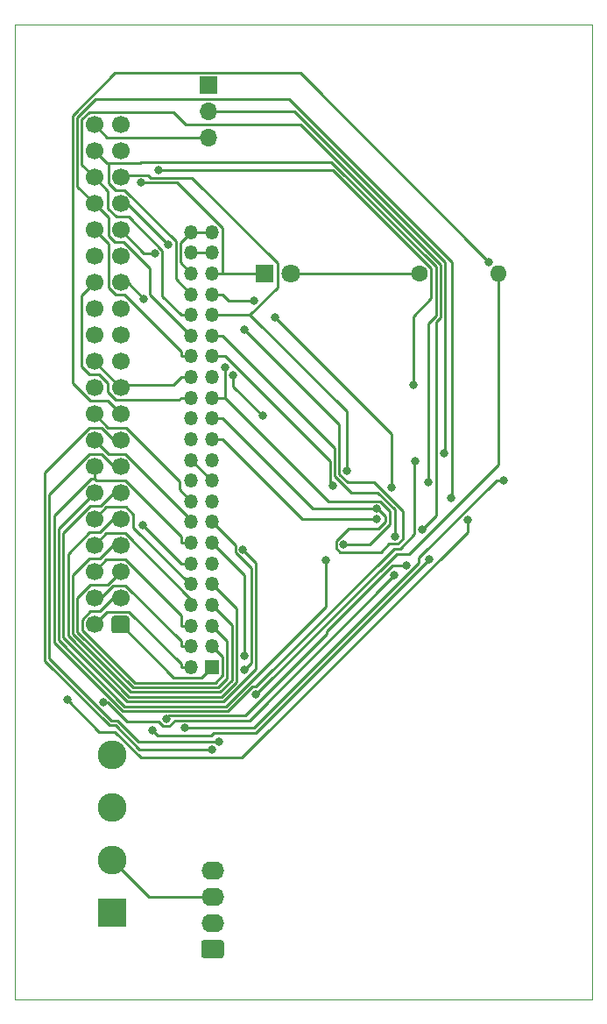
<source format=gbr>
G04 #@! TF.GenerationSoftware,KiCad,Pcbnew,5.1.8+dfsg1-1~bpo10+1*
G04 #@! TF.CreationDate,2020-11-27T20:05:00+01:00*
G04 #@! TF.ProjectId,SeagateST1adapter,53656167-6174-4655-9354-316164617074,1*
G04 #@! TF.SameCoordinates,Original*
G04 #@! TF.FileFunction,Copper,L2,Bot*
G04 #@! TF.FilePolarity,Positive*
%FSLAX46Y46*%
G04 Gerber Fmt 4.6, Leading zero omitted, Abs format (unit mm)*
G04 Created by KiCad (PCBNEW 5.1.8+dfsg1-1~bpo10+1) date 2020-11-27 20:05:00*
%MOMM*%
%LPD*%
G01*
G04 APERTURE LIST*
G04 #@! TA.AperFunction,Profile*
%ADD10C,0.050000*%
G04 #@! TD*
G04 #@! TA.AperFunction,ComponentPad*
%ADD11O,1.600000X1.600000*%
G04 #@! TD*
G04 #@! TA.AperFunction,ComponentPad*
%ADD12C,1.600000*%
G04 #@! TD*
G04 #@! TA.AperFunction,ComponentPad*
%ADD13C,1.800000*%
G04 #@! TD*
G04 #@! TA.AperFunction,ComponentPad*
%ADD14R,1.800000X1.800000*%
G04 #@! TD*
G04 #@! TA.AperFunction,ComponentPad*
%ADD15O,1.700000X1.700000*%
G04 #@! TD*
G04 #@! TA.AperFunction,ComponentPad*
%ADD16R,1.700000X1.700000*%
G04 #@! TD*
G04 #@! TA.AperFunction,ComponentPad*
%ADD17O,1.350000X1.350000*%
G04 #@! TD*
G04 #@! TA.AperFunction,ComponentPad*
%ADD18R,1.350000X1.350000*%
G04 #@! TD*
G04 #@! TA.AperFunction,ComponentPad*
%ADD19C,1.700000*%
G04 #@! TD*
G04 #@! TA.AperFunction,ComponentPad*
%ADD20C,2.780000*%
G04 #@! TD*
G04 #@! TA.AperFunction,ComponentPad*
%ADD21R,2.780000X2.780000*%
G04 #@! TD*
G04 #@! TA.AperFunction,ComponentPad*
%ADD22O,2.190000X1.740000*%
G04 #@! TD*
G04 #@! TA.AperFunction,ViaPad*
%ADD23C,0.800000*%
G04 #@! TD*
G04 #@! TA.AperFunction,Conductor*
%ADD24C,0.250000*%
G04 #@! TD*
G04 APERTURE END LIST*
D10*
X81330800Y-165100000D02*
X81330800Y-70967600D01*
X137160000Y-165100000D02*
X81330800Y-165100000D01*
X137160000Y-70967600D02*
X137160000Y-165100000D01*
X81330800Y-70967600D02*
X137160000Y-70967600D01*
D11*
G04 #@! TO.P,R1,2*
G04 #@! TO.N,/VCC3*
X128070000Y-95000000D03*
D12*
G04 #@! TO.P,R1,1*
G04 #@! TO.N,Net-(D1-Pad2)*
X120450000Y-95000000D03*
G04 #@! TD*
D13*
G04 #@! TO.P,D1,2*
G04 #@! TO.N,Net-(D1-Pad2)*
X107990000Y-95000000D03*
D14*
G04 #@! TO.P,D1,1*
G04 #@! TO.N,/\u002AACTIVE*
X105450000Y-95000000D03*
G04 #@! TD*
D15*
G04 #@! TO.P,JP1,3*
G04 #@! TO.N,GND*
X100050000Y-81880000D03*
G04 #@! TO.P,JP1,2*
G04 #@! TO.N,/CSEL*
X100050000Y-79340000D03*
D16*
G04 #@! TO.P,JP1,1*
G04 #@! TO.N,Net-(JP1-Pad1)*
X100050000Y-76800000D03*
G04 #@! TD*
D17*
G04 #@! TO.P,J7,44*
G04 #@! TO.N,GND*
X98400000Y-91000000D03*
G04 #@! TO.P,J7,43*
X100400000Y-91000000D03*
G04 #@! TO.P,J7,42*
G04 #@! TO.N,VCC*
X98400000Y-93000000D03*
G04 #@! TO.P,J7,41*
X100400000Y-93000000D03*
G04 #@! TO.P,J7,40*
G04 #@! TO.N,GND*
X98400000Y-95000000D03*
G04 #@! TO.P,J7,39*
G04 #@! TO.N,/\u002AACTIVE*
X100400000Y-95000000D03*
G04 #@! TO.P,J7,38*
G04 #@! TO.N,/\u002AIDE_CS1*
X98400000Y-97000000D03*
G04 #@! TO.P,J7,37*
G04 #@! TO.N,/\u002AIDE_CS0*
X100400000Y-97000000D03*
G04 #@! TO.P,J7,36*
G04 #@! TO.N,/DA2*
X98400000Y-99000000D03*
G04 #@! TO.P,J7,35*
G04 #@! TO.N,/DA0*
X100400000Y-99000000D03*
G04 #@! TO.P,J7,34*
G04 #@! TO.N,/PDIAG*
X98400000Y-101000000D03*
G04 #@! TO.P,J7,33*
G04 #@! TO.N,/DA1*
X100400000Y-101000000D03*
G04 #@! TO.P,J7,32*
G04 #@! TO.N,/\u002AIOCS16*
X98400000Y-103000000D03*
G04 #@! TO.P,J7,31*
G04 #@! TO.N,/INTRQ*
X100400000Y-103000000D03*
G04 #@! TO.P,J7,30*
G04 #@! TO.N,GND*
X98400000Y-105000000D03*
G04 #@! TO.P,J7,29*
G04 #@! TO.N,/\u002ADMACK*
X100400000Y-105000000D03*
G04 #@! TO.P,J7,28*
G04 #@! TO.N,/CSEL*
X98400000Y-107000000D03*
G04 #@! TO.P,J7,27*
G04 #@! TO.N,/IORDY*
X100400000Y-107000000D03*
G04 #@! TO.P,J7,26*
G04 #@! TO.N,GND*
X98400000Y-109000000D03*
G04 #@! TO.P,J7,25*
G04 #@! TO.N,/\u002ADIOR*
X100400000Y-109000000D03*
G04 #@! TO.P,J7,24*
G04 #@! TO.N,GND*
X98400000Y-111000000D03*
G04 #@! TO.P,J7,23*
G04 #@! TO.N,/\u002ADIOW*
X100400000Y-111000000D03*
G04 #@! TO.P,J7,22*
G04 #@! TO.N,GND*
X98400000Y-113000000D03*
G04 #@! TO.P,J7,21*
G04 #@! TO.N,/DMARQ*
X100400000Y-113000000D03*
G04 #@! TO.P,J7,20*
G04 #@! TO.N,Net-(J7-Pad20)*
X98400000Y-115000000D03*
G04 #@! TO.P,J7,19*
G04 #@! TO.N,GND*
X100400000Y-115000000D03*
G04 #@! TO.P,J7,18*
G04 #@! TO.N,/DD15*
X98400000Y-117000000D03*
G04 #@! TO.P,J7,17*
G04 #@! TO.N,/DD0*
X100400000Y-117000000D03*
G04 #@! TO.P,J7,16*
G04 #@! TO.N,/DD14*
X98400000Y-119000000D03*
G04 #@! TO.P,J7,15*
G04 #@! TO.N,/DD1*
X100400000Y-119000000D03*
G04 #@! TO.P,J7,14*
G04 #@! TO.N,/DD13*
X98400000Y-121000000D03*
G04 #@! TO.P,J7,13*
G04 #@! TO.N,/DD2*
X100400000Y-121000000D03*
G04 #@! TO.P,J7,12*
G04 #@! TO.N,/DD12*
X98400000Y-123000000D03*
G04 #@! TO.P,J7,11*
G04 #@! TO.N,/DD3*
X100400000Y-123000000D03*
G04 #@! TO.P,J7,10*
G04 #@! TO.N,/DD11*
X98400000Y-125000000D03*
G04 #@! TO.P,J7,9*
G04 #@! TO.N,/DD4*
X100400000Y-125000000D03*
G04 #@! TO.P,J7,8*
G04 #@! TO.N,/DD10*
X98400000Y-127000000D03*
G04 #@! TO.P,J7,7*
G04 #@! TO.N,/DD5*
X100400000Y-127000000D03*
G04 #@! TO.P,J7,6*
G04 #@! TO.N,/DD9*
X98400000Y-129000000D03*
G04 #@! TO.P,J7,5*
G04 #@! TO.N,/DD6*
X100400000Y-129000000D03*
G04 #@! TO.P,J7,4*
G04 #@! TO.N,/DD8*
X98400000Y-131000000D03*
G04 #@! TO.P,J7,3*
G04 #@! TO.N,/DD7*
X100400000Y-131000000D03*
G04 #@! TO.P,J7,2*
G04 #@! TO.N,GND*
X98400000Y-133000000D03*
D18*
G04 #@! TO.P,J7,1*
G04 #@! TO.N,/\u002ARESET*
X100400000Y-133000000D03*
G04 #@! TD*
D19*
G04 #@! TO.P,J3,40*
G04 #@! TO.N,GND*
X89010000Y-80640000D03*
G04 #@! TO.P,J3,38*
G04 #@! TO.N,/\u002AIDE_CS1*
X89010000Y-83180000D03*
G04 #@! TO.P,J3,36*
G04 #@! TO.N,/DA2*
X89010000Y-85720000D03*
G04 #@! TO.P,J3,34*
G04 #@! TO.N,/PDIAG*
X89010000Y-88260000D03*
G04 #@! TO.P,J3,32*
G04 #@! TO.N,/\u002AIOCS16*
X89010000Y-90800000D03*
G04 #@! TO.P,J3,30*
G04 #@! TO.N,GND*
X89010000Y-93340000D03*
G04 #@! TO.P,J3,28*
G04 #@! TO.N,/CSEL*
X89010000Y-95880000D03*
G04 #@! TO.P,J3,26*
G04 #@! TO.N,GND*
X89010000Y-98420000D03*
G04 #@! TO.P,J3,24*
X89010000Y-100960000D03*
G04 #@! TO.P,J3,22*
X89010000Y-103500000D03*
G04 #@! TO.P,J3,20*
G04 #@! TO.N,Net-(J3-Pad20)*
X89010000Y-106040000D03*
G04 #@! TO.P,J3,18*
G04 #@! TO.N,/DD15*
X89010000Y-108580000D03*
G04 #@! TO.P,J3,16*
G04 #@! TO.N,/DD14*
X89010000Y-111120000D03*
G04 #@! TO.P,J3,14*
G04 #@! TO.N,/DD13*
X89010000Y-113660000D03*
G04 #@! TO.P,J3,12*
G04 #@! TO.N,/DD12*
X89010000Y-116200000D03*
G04 #@! TO.P,J3,10*
G04 #@! TO.N,/DD11*
X89010000Y-118740000D03*
G04 #@! TO.P,J3,8*
G04 #@! TO.N,/DD10*
X89010000Y-121280000D03*
G04 #@! TO.P,J3,6*
G04 #@! TO.N,/DD9*
X89010000Y-123820000D03*
G04 #@! TO.P,J3,4*
G04 #@! TO.N,/DD8*
X89010000Y-126360000D03*
G04 #@! TO.P,J3,2*
G04 #@! TO.N,GND*
X89010000Y-128900000D03*
G04 #@! TO.P,J3,39*
G04 #@! TO.N,/\u002AACTIVE*
X91550000Y-80640000D03*
G04 #@! TO.P,J3,37*
G04 #@! TO.N,/\u002AIDE_CS0*
X91550000Y-83180000D03*
G04 #@! TO.P,J3,35*
G04 #@! TO.N,/DA0*
X91550000Y-85720000D03*
G04 #@! TO.P,J3,33*
G04 #@! TO.N,/DA1*
X91550000Y-88260000D03*
G04 #@! TO.P,J3,31*
G04 #@! TO.N,/INTRQ*
X91550000Y-90800000D03*
G04 #@! TO.P,J3,29*
G04 #@! TO.N,/\u002ADMACK*
X91550000Y-93340000D03*
G04 #@! TO.P,J3,27*
G04 #@! TO.N,/IORDY*
X91550000Y-95880000D03*
G04 #@! TO.P,J3,25*
G04 #@! TO.N,/\u002ADIOR*
X91550000Y-98420000D03*
G04 #@! TO.P,J3,23*
G04 #@! TO.N,/\u002ADIOW*
X91550000Y-100960000D03*
G04 #@! TO.P,J3,21*
G04 #@! TO.N,/DMARQ*
X91550000Y-103500000D03*
G04 #@! TO.P,J3,19*
G04 #@! TO.N,GND*
X91550000Y-106040000D03*
G04 #@! TO.P,J3,17*
G04 #@! TO.N,/DD0*
X91550000Y-108580000D03*
G04 #@! TO.P,J3,15*
G04 #@! TO.N,/DD1*
X91550000Y-111120000D03*
G04 #@! TO.P,J3,13*
G04 #@! TO.N,/DD2*
X91550000Y-113660000D03*
G04 #@! TO.P,J3,11*
G04 #@! TO.N,/DD3*
X91550000Y-116200000D03*
G04 #@! TO.P,J3,9*
G04 #@! TO.N,/DD4*
X91550000Y-118740000D03*
G04 #@! TO.P,J3,7*
G04 #@! TO.N,/DD5*
X91550000Y-121280000D03*
G04 #@! TO.P,J3,5*
G04 #@! TO.N,/DD6*
X91550000Y-123820000D03*
G04 #@! TO.P,J3,3*
G04 #@! TO.N,/DD7*
X91550000Y-126360000D03*
G04 #@! TO.P,J3,1*
G04 #@! TO.N,/\u002ARESET*
G04 #@! TA.AperFunction,ComponentPad*
G36*
G01*
X92400000Y-128300000D02*
X92400000Y-129500000D01*
G75*
G02*
X92150000Y-129750000I-250000J0D01*
G01*
X90950000Y-129750000D01*
G75*
G02*
X90700000Y-129500000I0J250000D01*
G01*
X90700000Y-128300000D01*
G75*
G02*
X90950000Y-128050000I250000J0D01*
G01*
X92150000Y-128050000D01*
G75*
G02*
X92400000Y-128300000I0J-250000D01*
G01*
G37*
G04 #@! TD.AperFunction*
G04 #@! TD*
D20*
G04 #@! TO.P,J5,4*
G04 #@! TO.N,VCC*
X90750000Y-141460000D03*
G04 #@! TO.P,J5,3*
G04 #@! TO.N,GND*
X90750000Y-146540000D03*
G04 #@! TO.P,J5,2*
X90750000Y-151620000D03*
D21*
G04 #@! TO.P,J5,1*
G04 #@! TO.N,Net-(J5-Pad1)*
X90750000Y-156700000D03*
G04 #@! TD*
D22*
G04 #@! TO.P,J4,4*
G04 #@! TO.N,Net-(J4-Pad4)*
X100450000Y-152630000D03*
G04 #@! TO.P,J4,3*
G04 #@! TO.N,GND*
X100450000Y-155170000D03*
G04 #@! TO.P,J4,2*
X100450000Y-157710000D03*
G04 #@! TO.P,J4,1*
G04 #@! TO.N,VCC*
G04 #@! TA.AperFunction,ComponentPad*
G36*
G01*
X101295001Y-161120000D02*
X99604999Y-161120000D01*
G75*
G02*
X99355000Y-160870001I0J249999D01*
G01*
X99355000Y-159629999D01*
G75*
G02*
X99604999Y-159380000I249999J0D01*
G01*
X101295001Y-159380000D01*
G75*
G02*
X101545000Y-159629999I0J-249999D01*
G01*
X101545000Y-160870001D01*
G75*
G02*
X101295001Y-161120000I-249999J0D01*
G01*
G37*
G04 #@! TD.AperFunction*
G04 #@! TD*
D23*
G04 #@! TO.N,/VCC3*
X104612500Y-135671000D03*
G04 #@! TO.N,/\u002AIDE_CS0*
X104436200Y-97617800D03*
G04 #@! TO.N,/\u002AIOCS16*
X95238700Y-84989000D03*
X119868300Y-105768000D03*
G04 #@! TO.N,/DMARQ*
X102414000Y-104828000D03*
X105266400Y-108752100D03*
G04 #@! TO.N,/DD0*
X127184900Y-93874600D03*
G04 #@! TO.N,/DD1*
X100410000Y-140978200D03*
X103491400Y-133307500D03*
G04 #@! TO.N,/DD2*
X101047100Y-140199200D03*
X103491400Y-131950300D03*
G04 #@! TO.N,/DD3*
X103400000Y-121641200D03*
G04 #@! TO.N,/DD12*
X111379000Y-122663700D03*
X93670300Y-119336500D03*
G04 #@! TO.N,/CSEL*
X122863700Y-112400000D03*
G04 #@! TO.N,/DD13*
X120026200Y-113125300D03*
G04 #@! TO.N,/DD9*
X97751400Y-138881000D03*
X128573100Y-114988400D03*
G04 #@! TO.N,/\u002AIDE_CS1*
X121277800Y-115150000D03*
G04 #@! TO.N,/\u002ADIOR*
X103533300Y-100407400D03*
X116332700Y-117719700D03*
G04 #@! TO.N,/\u002ADIOW*
X86416300Y-136142700D03*
X125095900Y-118809200D03*
X116347700Y-118720100D03*
G04 #@! TO.N,/DA0*
X113416700Y-114056200D03*
G04 #@! TO.N,/DA2*
X120714300Y-119743300D03*
G04 #@! TO.N,/DA1*
X118080100Y-120395900D03*
X96160200Y-92209500D03*
G04 #@! TO.N,/INTRQ*
X112104400Y-115491900D03*
X94883700Y-93078500D03*
G04 #@! TO.N,/DD15*
X94658100Y-139091400D03*
X121362000Y-122631100D03*
G04 #@! TO.N,/DD14*
X95963400Y-137980400D03*
X119164500Y-123159400D03*
G04 #@! TO.N,/DD8*
X89897000Y-136408300D03*
X118033900Y-124123100D03*
G04 #@! TO.N,/PDIAG*
X123533300Y-116639800D03*
G04 #@! TO.N,/\u002AACTIVE*
X106496200Y-99261500D03*
X117723100Y-115637800D03*
X93531600Y-86216500D03*
G04 #@! TO.N,/IORDY*
X93835500Y-97464700D03*
X101688400Y-104088200D03*
X113119900Y-121181800D03*
G04 #@! TD*
D24*
G04 #@! TO.N,/VCC3*
X128070000Y-96125300D02*
X128070000Y-113426900D01*
X128070000Y-113426900D02*
X119433500Y-122063400D01*
X119433500Y-122063400D02*
X118220100Y-122063400D01*
X118220100Y-122063400D02*
X104612500Y-135671000D01*
X128070000Y-95000000D02*
X128070000Y-96125300D01*
G04 #@! TO.N,/\u002AIDE_CS0*
X100400000Y-97000000D02*
X101400300Y-97000000D01*
X104436200Y-97617800D02*
X102018100Y-97617800D01*
X102018100Y-97617800D02*
X101400300Y-97000000D01*
G04 #@! TO.N,/\u002AIOCS16*
X95238700Y-84989000D02*
X112040200Y-84989000D01*
X112040200Y-84989000D02*
X121584600Y-94533400D01*
X121584600Y-94533400D02*
X121584600Y-97396600D01*
X121584600Y-97396600D02*
X119868300Y-99112900D01*
X119868300Y-99112900D02*
X119868300Y-105768000D01*
X98400000Y-103000000D02*
X97399700Y-103000000D01*
X89010000Y-90800000D02*
X90374600Y-92164600D01*
X90374600Y-92164600D02*
X90374600Y-96369400D01*
X90374600Y-96369400D02*
X91060600Y-97055400D01*
X91060600Y-97055400D02*
X91897800Y-97055400D01*
X91897800Y-97055400D02*
X97399700Y-102557300D01*
X97399700Y-102557300D02*
X97399700Y-103000000D01*
G04 #@! TO.N,/DMARQ*
X105266400Y-108752100D02*
X102414000Y-105899700D01*
X102414000Y-105899700D02*
X102414000Y-104828000D01*
G04 #@! TO.N,/DD0*
X91550000Y-108580000D02*
X90280000Y-107310000D01*
X90280000Y-107310000D02*
X88615000Y-107310000D01*
X88615000Y-107310000D02*
X86916000Y-105611000D01*
X86916000Y-105611000D02*
X86916000Y-79731100D01*
X86916000Y-79731100D02*
X91022500Y-75624600D01*
X91022500Y-75624600D02*
X108934900Y-75624600D01*
X108934900Y-75624600D02*
X127184900Y-93874600D01*
G04 #@! TO.N,/DD1*
X91550000Y-111120000D02*
X90903300Y-111120000D01*
X90903300Y-111120000D02*
X89700400Y-109917100D01*
X89700400Y-109917100D02*
X88518000Y-109917100D01*
X88518000Y-109917100D02*
X84221900Y-114213200D01*
X84221900Y-114213200D02*
X84221900Y-132395800D01*
X84221900Y-132395800D02*
X90460400Y-138634300D01*
X90460400Y-138634300D02*
X91044900Y-138634300D01*
X91044900Y-138634300D02*
X93388800Y-140978200D01*
X93388800Y-140978200D02*
X100410000Y-140978200D01*
X100400000Y-119000000D02*
X102674700Y-121274700D01*
X102674700Y-121274700D02*
X102674700Y-121941600D01*
X102674700Y-121941600D02*
X104216700Y-123483600D01*
X104216700Y-123483600D02*
X104216700Y-132582200D01*
X104216700Y-132582200D02*
X103491400Y-133307500D01*
G04 #@! TO.N,/DD2*
X91550000Y-113660000D02*
X90903300Y-113660000D01*
X90903300Y-113660000D02*
X89700400Y-112457100D01*
X89700400Y-112457100D02*
X88518000Y-112457100D01*
X88518000Y-112457100D02*
X84672200Y-116302900D01*
X84672200Y-116302900D02*
X84672200Y-132209200D01*
X84672200Y-132209200D02*
X90647000Y-138184000D01*
X90647000Y-138184000D02*
X91231500Y-138184000D01*
X91231500Y-138184000D02*
X93246700Y-140199200D01*
X93246700Y-140199200D02*
X101047100Y-140199200D01*
X100400000Y-121000000D02*
X103491400Y-124091400D01*
X103491400Y-124091400D02*
X103491400Y-131950300D01*
G04 #@! TO.N,/DD3*
X103400000Y-121641200D02*
X104667000Y-122908200D01*
X104667000Y-122908200D02*
X104667000Y-133198200D01*
X104667000Y-133198200D02*
X101540200Y-136325000D01*
X101540200Y-136325000D02*
X92182700Y-136325000D01*
X92182700Y-136325000D02*
X86028400Y-130170700D01*
X86028400Y-130170700D02*
X86028400Y-120055900D01*
X86028400Y-120055900D02*
X88614300Y-117470000D01*
X88614300Y-117470000D02*
X89643100Y-117470000D01*
X89643100Y-117470000D02*
X90913100Y-116200000D01*
X90913100Y-116200000D02*
X91550000Y-116200000D01*
G04 #@! TO.N,/DD4*
X91550000Y-118740000D02*
X90792700Y-118740000D01*
X90792700Y-118740000D02*
X89522700Y-120010000D01*
X89522700Y-120010000D02*
X88534600Y-120010000D01*
X88534600Y-120010000D02*
X86478700Y-122065900D01*
X86478700Y-122065900D02*
X86478700Y-129984100D01*
X86478700Y-129984100D02*
X92369300Y-135874700D01*
X92369300Y-135874700D02*
X101353600Y-135874700D01*
X101353600Y-135874700D02*
X102766000Y-134462300D01*
X102766000Y-134462300D02*
X102766000Y-127366000D01*
X102766000Y-127366000D02*
X100400000Y-125000000D01*
G04 #@! TO.N,/DD5*
X91550000Y-121280000D02*
X90792700Y-121280000D01*
X90792700Y-121280000D02*
X89522700Y-122550000D01*
X89522700Y-122550000D02*
X88530000Y-122550000D01*
X88530000Y-122550000D02*
X86929000Y-124151000D01*
X86929000Y-124151000D02*
X86929000Y-129797500D01*
X86929000Y-129797500D02*
X92555900Y-135424400D01*
X92555900Y-135424400D02*
X101167000Y-135424400D01*
X101167000Y-135424400D02*
X102315700Y-134275700D01*
X102315700Y-134275700D02*
X102315700Y-128915700D01*
X102315700Y-128915700D02*
X100400000Y-127000000D01*
G04 #@! TO.N,/DD6*
X91550000Y-123820000D02*
X90280000Y-125090000D01*
X90280000Y-125090000D02*
X88614700Y-125090000D01*
X88614700Y-125090000D02*
X87379300Y-126325400D01*
X87379300Y-126325400D02*
X87379300Y-129610900D01*
X87379300Y-129610900D02*
X92742500Y-134974100D01*
X92742500Y-134974100D02*
X100980400Y-134974100D01*
X100980400Y-134974100D02*
X101865400Y-134089100D01*
X101865400Y-134089100D02*
X101865400Y-130465400D01*
X101865400Y-130465400D02*
X100400000Y-129000000D01*
G04 #@! TO.N,/DD7*
X100400000Y-131000000D02*
X101415100Y-132015100D01*
X101415100Y-132015100D02*
X101415100Y-133822900D01*
X101415100Y-133822900D02*
X100714200Y-134523800D01*
X100714200Y-134523800D02*
X92929100Y-134523800D01*
X92929100Y-134523800D02*
X87829600Y-129424300D01*
X87829600Y-129424300D02*
X87829600Y-128412300D01*
X87829600Y-128412300D02*
X88611900Y-127630000D01*
X88611900Y-127630000D02*
X89522700Y-127630000D01*
X89522700Y-127630000D02*
X90792700Y-126360000D01*
X90792700Y-126360000D02*
X91550000Y-126360000D01*
G04 #@! TO.N,/DD12*
X89010000Y-116200000D02*
X85572800Y-119637200D01*
X85572800Y-119637200D02*
X85572800Y-130421300D01*
X85572800Y-130421300D02*
X91956200Y-136804700D01*
X91956200Y-136804700D02*
X101759500Y-136804700D01*
X101759500Y-136804700D02*
X111379000Y-127185200D01*
X111379000Y-127185200D02*
X111379000Y-122663700D01*
X98400000Y-123000000D02*
X97399700Y-123000000D01*
X93670300Y-119336500D02*
X93736200Y-119336500D01*
X93736200Y-119336500D02*
X97399700Y-123000000D01*
G04 #@! TO.N,/CSEL*
X122863700Y-112400000D02*
X122937900Y-112325800D01*
X122937900Y-112325800D02*
X122937900Y-93934100D01*
X122937900Y-93934100D02*
X108343800Y-79340000D01*
X108343800Y-79340000D02*
X101225300Y-79340000D01*
X98400000Y-107000000D02*
X97399700Y-107000000D01*
X89010000Y-95880000D02*
X87787600Y-97102400D01*
X87787600Y-97102400D02*
X87787600Y-104016000D01*
X87787600Y-104016000D02*
X88541600Y-104770000D01*
X88541600Y-104770000D02*
X89466400Y-104770000D01*
X89466400Y-104770000D02*
X90280000Y-105583600D01*
X90280000Y-105583600D02*
X90280000Y-106436400D01*
X90280000Y-106436400D02*
X91076100Y-107232500D01*
X91076100Y-107232500D02*
X97167200Y-107232500D01*
X97167200Y-107232500D02*
X97399700Y-107000000D01*
X100050000Y-79340000D02*
X101225300Y-79340000D01*
G04 #@! TO.N,/DD13*
X120026200Y-113125300D02*
X119989000Y-113162500D01*
X119989000Y-113162500D02*
X119989000Y-120149700D01*
X119989000Y-120149700D02*
X118567200Y-121571500D01*
X118567200Y-121571500D02*
X117966000Y-121571500D01*
X117966000Y-121571500D02*
X104618600Y-134918900D01*
X104618600Y-134918900D02*
X104285300Y-134918900D01*
X104285300Y-134918900D02*
X101949200Y-137255000D01*
X101949200Y-137255000D02*
X91769600Y-137255000D01*
X91769600Y-137255000D02*
X85122500Y-130607900D01*
X85122500Y-130607900D02*
X85122500Y-118415700D01*
X85122500Y-118415700D02*
X88707700Y-114830500D01*
X88707700Y-114830500D02*
X89010000Y-114830500D01*
X97399700Y-121000000D02*
X97399700Y-120374800D01*
X97399700Y-120374800D02*
X92034300Y-115009400D01*
X92034300Y-115009400D02*
X89188900Y-115009400D01*
X89188900Y-115009400D02*
X89010000Y-114830500D01*
X89010000Y-113660000D02*
X89010000Y-114830500D01*
X98400000Y-121000000D02*
X97399700Y-121000000D01*
G04 #@! TO.N,/DD9*
X97751400Y-138881000D02*
X104468700Y-138881000D01*
X104468700Y-138881000D02*
X120406100Y-122943600D01*
X120406100Y-122943600D02*
X120406100Y-122463300D01*
X120406100Y-122463300D02*
X127881000Y-114988400D01*
X127881000Y-114988400D02*
X128573100Y-114988400D01*
X98400000Y-129000000D02*
X97399700Y-129000000D01*
X97399700Y-129000000D02*
X97399700Y-127999700D01*
X97399700Y-127999700D02*
X92042700Y-122642700D01*
X92042700Y-122642700D02*
X90187300Y-122642700D01*
X90187300Y-122642700D02*
X89010000Y-123820000D01*
G04 #@! TO.N,/\u002AIDE_CS1*
X90374600Y-84371000D02*
X93424800Y-84371000D01*
X93424800Y-84371000D02*
X93532100Y-84263700D01*
X93532100Y-84263700D02*
X111951800Y-84263700D01*
X111951800Y-84263700D02*
X122035000Y-94346900D01*
X122035000Y-94346900D02*
X122035000Y-99072200D01*
X122035000Y-99072200D02*
X121277800Y-99829400D01*
X121277800Y-99829400D02*
X121277800Y-115150000D01*
X90374600Y-84371000D02*
X90374600Y-86270500D01*
X90374600Y-86270500D02*
X91046000Y-86941900D01*
X91046000Y-86941900D02*
X91941600Y-86941900D01*
X91941600Y-86941900D02*
X96885500Y-91885800D01*
X96885500Y-91885800D02*
X96885500Y-95485500D01*
X96885500Y-95485500D02*
X98400000Y-97000000D01*
X90374600Y-84371000D02*
X90201000Y-84371000D01*
X90201000Y-84371000D02*
X89010000Y-83180000D01*
G04 #@! TO.N,/\u002ADIOR*
X101400300Y-109000000D02*
X110120000Y-117719700D01*
X110120000Y-117719700D02*
X116332700Y-117719700D01*
X103533300Y-100407400D02*
X112691400Y-109565500D01*
X112691400Y-109565500D02*
X112691400Y-114356600D01*
X112691400Y-114356600D02*
X113484100Y-115149300D01*
X113484100Y-115149300D02*
X116061900Y-115149300D01*
X116061900Y-115149300D02*
X118856500Y-117943900D01*
X118856500Y-117943900D02*
X118856500Y-120645300D01*
X118856500Y-120645300D02*
X118380600Y-121121200D01*
X118380600Y-121121200D02*
X117523300Y-121121200D01*
X117523300Y-121121200D02*
X116718000Y-121926500D01*
X116718000Y-121926500D02*
X112778100Y-121926500D01*
X112778100Y-121926500D02*
X112393200Y-121541600D01*
X112393200Y-121541600D02*
X112393200Y-120856100D01*
X112393200Y-120856100D02*
X113625800Y-119623500D01*
X113625800Y-119623500D02*
X116479900Y-119623500D01*
X116479900Y-119623500D02*
X117123400Y-118980000D01*
X117123400Y-118980000D02*
X117123400Y-118470000D01*
X117123400Y-118470000D02*
X116373100Y-117719700D01*
X116373100Y-117719700D02*
X116332700Y-117719700D01*
X100400000Y-109000000D02*
X101400300Y-109000000D01*
G04 #@! TO.N,/\u002ADIOW*
X86416300Y-136142700D02*
X89517500Y-139243900D01*
X89517500Y-139243900D02*
X91017600Y-139243900D01*
X91017600Y-139243900D02*
X93518400Y-141744700D01*
X93518400Y-141744700D02*
X103303400Y-141744700D01*
X103303400Y-141744700D02*
X125095900Y-119952200D01*
X125095900Y-119952200D02*
X125095900Y-118809200D01*
X101400300Y-111000000D02*
X109120400Y-118720100D01*
X109120400Y-118720100D02*
X116347700Y-118720100D01*
X100400000Y-111000000D02*
X101400300Y-111000000D01*
G04 #@! TO.N,/DA0*
X91550000Y-85720000D02*
X91778800Y-85491200D01*
X91778800Y-85491200D02*
X94188700Y-85491200D01*
X94188700Y-85491200D02*
X94448400Y-85750900D01*
X94448400Y-85750900D02*
X98468300Y-85750900D01*
X98468300Y-85750900D02*
X106720000Y-94002600D01*
X106720000Y-94002600D02*
X106720000Y-96359800D01*
X106720000Y-96359800D02*
X104079800Y-99000000D01*
X104079800Y-99000000D02*
X113416700Y-108336900D01*
X113416700Y-108336900D02*
X113416700Y-114056200D01*
X100900200Y-99000000D02*
X104079800Y-99000000D01*
X100400000Y-99000000D02*
X100900200Y-99000000D01*
G04 #@! TO.N,/DA2*
X89010000Y-85720000D02*
X87817600Y-84527600D01*
X87817600Y-84527600D02*
X87817600Y-80142300D01*
X87817600Y-80142300D02*
X88531100Y-79428800D01*
X88531100Y-79428800D02*
X96668100Y-79428800D01*
X96668100Y-79428800D02*
X97849300Y-80610000D01*
X97849300Y-80610000D02*
X108938600Y-80610000D01*
X108938600Y-80610000D02*
X122485400Y-94156800D01*
X122485400Y-94156800D02*
X122485400Y-99258700D01*
X122485400Y-99258700D02*
X122103900Y-99640200D01*
X122103900Y-99640200D02*
X122103900Y-118353700D01*
X122103900Y-118353700D02*
X120714300Y-119743300D01*
X97399700Y-99000000D02*
X95609000Y-97209300D01*
X95609000Y-97209300D02*
X95609000Y-92778000D01*
X95609000Y-92778000D02*
X92361000Y-89530000D01*
X92361000Y-89530000D02*
X91153600Y-89530000D01*
X91153600Y-89530000D02*
X90334600Y-88711000D01*
X90334600Y-88711000D02*
X90334600Y-87044600D01*
X90334600Y-87044600D02*
X89010000Y-85720000D01*
X98400000Y-99000000D02*
X97399700Y-99000000D01*
G04 #@! TO.N,/DA1*
X118080100Y-120395900D02*
X118080100Y-117804400D01*
X118080100Y-117804400D02*
X116424200Y-116148500D01*
X116424200Y-116148500D02*
X113846400Y-116148500D01*
X113846400Y-116148500D02*
X112241100Y-114543200D01*
X112241100Y-114543200D02*
X112241100Y-111840800D01*
X112241100Y-111840800D02*
X101400300Y-101000000D01*
X91550000Y-88260000D02*
X91550000Y-88260100D01*
X91550000Y-88260100D02*
X92210800Y-88260100D01*
X92210800Y-88260100D02*
X96160200Y-92209500D01*
X100400000Y-101000000D02*
X101400300Y-101000000D01*
G04 #@! TO.N,/INTRQ*
X100400000Y-103000000D02*
X101626600Y-103000000D01*
X101626600Y-103000000D02*
X111790800Y-113164200D01*
X111790800Y-113164200D02*
X111790800Y-115178300D01*
X111790800Y-115178300D02*
X112104400Y-115491900D01*
X94883700Y-93078500D02*
X93828500Y-93078500D01*
X93828500Y-93078500D02*
X91550000Y-90800000D01*
G04 #@! TO.N,/DD15*
X94658100Y-139091400D02*
X95179600Y-139612900D01*
X95179600Y-139612900D02*
X100338500Y-139612900D01*
X100338500Y-139612900D02*
X100591500Y-139359900D01*
X100591500Y-139359900D02*
X104633200Y-139359900D01*
X104633200Y-139359900D02*
X121362000Y-122631100D01*
X89010000Y-108580000D02*
X90359400Y-109929400D01*
X90359400Y-109929400D02*
X92072400Y-109929400D01*
X92072400Y-109929400D02*
X97236600Y-115093600D01*
X97236600Y-115093600D02*
X97236600Y-115836600D01*
X97236600Y-115836600D02*
X98400000Y-117000000D01*
G04 #@! TO.N,/DD14*
X95963400Y-137980400D02*
X96238500Y-137705300D01*
X96238500Y-137705300D02*
X103604100Y-137705300D01*
X103604100Y-137705300D02*
X111482600Y-129826800D01*
X111482600Y-129826800D02*
X111482600Y-129556700D01*
X111482600Y-129556700D02*
X117879900Y-123159400D01*
X117879900Y-123159400D02*
X119164500Y-123159400D01*
X98400000Y-119000000D02*
X98400000Y-118830600D01*
X98400000Y-118830600D02*
X92054000Y-112484600D01*
X92054000Y-112484600D02*
X90374600Y-112484600D01*
X90374600Y-112484600D02*
X89010000Y-111120000D01*
G04 #@! TO.N,/\u002ARESET*
X100400000Y-133000000D02*
X99367400Y-134032600D01*
X99367400Y-134032600D02*
X96682600Y-134032600D01*
X96682600Y-134032600D02*
X91550000Y-128900000D01*
G04 #@! TO.N,/DD8*
X89897000Y-136408300D02*
X90286000Y-136408300D01*
X90286000Y-136408300D02*
X92158400Y-138280700D01*
X92158400Y-138280700D02*
X95238100Y-138280700D01*
X95238100Y-138280700D02*
X95238100Y-138280800D01*
X95238100Y-138280800D02*
X95663000Y-138705700D01*
X95663000Y-138705700D02*
X96263900Y-138705700D01*
X96263900Y-138705700D02*
X96813900Y-138155700D01*
X96813900Y-138155700D02*
X96813900Y-138155600D01*
X96813900Y-138155600D02*
X104001400Y-138155600D01*
X104001400Y-138155600D02*
X118033900Y-124123100D01*
X98400000Y-131000000D02*
X97399700Y-131000000D01*
X89010000Y-126360000D02*
X89646900Y-126360000D01*
X89646900Y-126360000D02*
X90861600Y-125145300D01*
X90861600Y-125145300D02*
X92045100Y-125145300D01*
X92045100Y-125145300D02*
X97399700Y-130499900D01*
X97399700Y-130499900D02*
X97399700Y-131000000D01*
G04 #@! TO.N,/DD10*
X98400000Y-127000000D02*
X98400000Y-126467700D01*
X98400000Y-126467700D02*
X92035000Y-120102700D01*
X92035000Y-120102700D02*
X90187300Y-120102700D01*
X90187300Y-120102700D02*
X89010000Y-121280000D01*
G04 #@! TO.N,/DD11*
X98400000Y-125000000D02*
X98288600Y-125000000D01*
X98288600Y-125000000D02*
X92812600Y-119524000D01*
X92812600Y-119524000D02*
X92812600Y-118262900D01*
X92812600Y-118262900D02*
X92112400Y-117562700D01*
X92112400Y-117562700D02*
X90187300Y-117562700D01*
X90187300Y-117562700D02*
X89010000Y-118740000D01*
G04 #@! TO.N,/PDIAG*
X123533300Y-116639800D02*
X123611000Y-116562100D01*
X123611000Y-116562100D02*
X123611000Y-93899600D01*
X123611000Y-93899600D02*
X107862700Y-78151300D01*
X107862700Y-78151300D02*
X89143700Y-78151300D01*
X89143700Y-78151300D02*
X87367200Y-79927800D01*
X87367200Y-79927800D02*
X87367200Y-86617200D01*
X87367200Y-86617200D02*
X89010000Y-88260000D01*
X98400000Y-101000000D02*
X94401600Y-97001600D01*
X94401600Y-97001600D02*
X94401600Y-94508400D01*
X94401600Y-94508400D02*
X91870100Y-91976900D01*
X91870100Y-91976900D02*
X91025900Y-91976900D01*
X91025900Y-91976900D02*
X90374600Y-91325600D01*
X90374600Y-91325600D02*
X90374600Y-89624600D01*
X90374600Y-89624600D02*
X89010000Y-88260000D01*
G04 #@! TO.N,/\u002AACTIVE*
X117723100Y-115637800D02*
X117723100Y-110488400D01*
X117723100Y-110488400D02*
X106496200Y-99261500D01*
X101407300Y-95000000D02*
X105450000Y-95000000D01*
X100400000Y-95000000D02*
X101407300Y-95000000D01*
X101407300Y-95000000D02*
X101407300Y-90592500D01*
X101407300Y-90592500D02*
X97031300Y-86216500D01*
X97031300Y-86216500D02*
X93531600Y-86216500D01*
G04 #@! TO.N,/IORDY*
X113119900Y-121181800D02*
X115631400Y-121181800D01*
X115631400Y-121181800D02*
X117573700Y-119239500D01*
X117573700Y-119239500D02*
X117573700Y-117934900D01*
X117573700Y-117934900D02*
X116633200Y-116994400D01*
X116633200Y-116994400D02*
X111655000Y-116994400D01*
X111655000Y-116994400D02*
X101660600Y-107000000D01*
X101660600Y-107000000D02*
X101660600Y-104116000D01*
X101660600Y-104116000D02*
X101688400Y-104088200D01*
X91550000Y-95880000D02*
X92250800Y-95880000D01*
X92250800Y-95880000D02*
X93835500Y-97464700D01*
X101660600Y-107000000D02*
X101400300Y-107000000D01*
X100400000Y-107000000D02*
X101400300Y-107000000D01*
G04 #@! TO.N,Net-(D1-Pad2)*
X107990000Y-95000000D02*
X120450000Y-95000000D01*
G04 #@! TO.N,GND*
X98400000Y-91000000D02*
X99399700Y-91000000D01*
X98400000Y-95000000D02*
X97346400Y-93946400D01*
X97346400Y-93946400D02*
X97346400Y-92053600D01*
X97346400Y-92053600D02*
X98400000Y-91000000D01*
X100400000Y-91000000D02*
X99399700Y-91000000D01*
X89010000Y-80640000D02*
X90250000Y-81880000D01*
X90250000Y-81880000D02*
X100050000Y-81880000D01*
X98400000Y-133000000D02*
X97399700Y-133000000D01*
X89010000Y-128900000D02*
X90201100Y-127708900D01*
X90201100Y-127708900D02*
X92389900Y-127708900D01*
X92389900Y-127708900D02*
X97399700Y-132718700D01*
X97399700Y-132718700D02*
X97399700Y-133000000D01*
X100400000Y-115000000D02*
X98400000Y-113000000D01*
X91550000Y-105740900D02*
X96658800Y-105740900D01*
X96658800Y-105740900D02*
X97399700Y-105000000D01*
X89010000Y-103500000D02*
X91250900Y-105740900D01*
X91250900Y-105740900D02*
X91550000Y-105740900D01*
X91550000Y-106040000D02*
X91550000Y-105740900D01*
X98400000Y-105000000D02*
X97399700Y-105000000D01*
X100450000Y-155170000D02*
X94300000Y-155170000D01*
X94300000Y-155170000D02*
X90750000Y-151620000D01*
G04 #@! TO.N,VCC*
X100400000Y-93000000D02*
X98400000Y-93000000D01*
G04 #@! TD*
M02*

</source>
